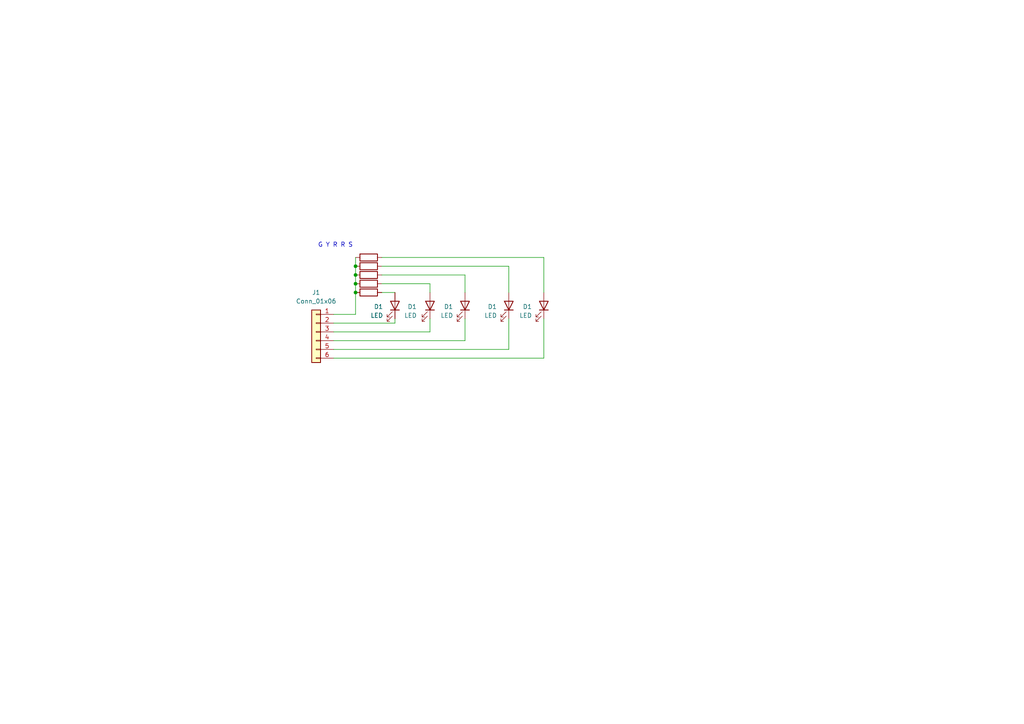
<source format=kicad_sch>
(kicad_sch (version 20230121) (generator eeschema)
  (paper "A4")
  (lib_symbols
    (symbol "Connector_Generic:Conn_01x06" (pin_names (offset 1.016) hide)
      (property "Reference" "J" (at 0 7.62 0))
      (property "Value" "Conn_01x06" (at 0 -10.16 0))
      (symbol "Conn_01x06_1_1"
        (rectangle (start -1.27 -7.493) (end 0 -7.747) (stroke (width 0.1524)))
        (rectangle (start -1.27 -4.953) (end 0 -5.207) (stroke (width 0.1524)))
        (rectangle (start -1.27 -2.413) (end 0 -2.667) (stroke (width 0.1524)))
        (rectangle (start -1.27 0.127) (end 0 -0.127) (stroke (width 0.1524)))
        (rectangle (start -1.27 2.667) (end 0 2.413) (stroke (width 0.1524)))
        (rectangle (start -1.27 5.207) (end 0 4.953) (stroke (width 0.1524)))
        (rectangle (start -1.27 6.35) (end 1.27 -8.89) (stroke (width 0.254)) (fill (type background)))
        (pin passive line (at -5.08 5.08 0) (length 3.81) (name "Pin_1") (number "1"))
        (pin passive line (at -5.08 2.54 0) (length 3.81) (name "Pin_2") (number "2"))
        (pin passive line (at -5.08 0 0) (length 3.81) (name "Pin_3") (number "3"))
        (pin passive line (at -5.08 -2.54 0) (length 3.81) (name "Pin_4") (number "4"))
        (pin passive line (at -5.08 -5.08 0) (length 3.81) (name "Pin_5") (number "5"))
        (pin passive line (at -5.08 -7.62 0) (length 3.81) (name "Pin_6") (number "6"))
      )
    )
    (symbol "Device:LED" (pin_numbers hide) (pin_names (offset 1.016) hide)
      (property "Reference" "D" (at 0 2.54 0))
      (property "Value" "LED" (at 0 -2.54 0))
      (symbol "LED_0_1"
        (polyline (pts (xy -1.27 -1.27) (xy -1.27 1.27)) (stroke (width 0.254)))
        (polyline (pts (xy -1.27 0) (xy 1.27 0)))
        (polyline (pts (xy 1.27 -1.27) (xy 1.27 1.27) (xy -1.27 0) (xy 1.27 -1.27)) (stroke (width 0.254)))
        (polyline (pts (xy -3.048 -0.762) (xy -4.572 -2.286) (xy -3.81 -2.286) (xy -4.572 -2.286) (xy -4.572 -1.524)))
        (polyline (pts (xy -1.778 -0.762) (xy -3.302 -2.286) (xy -2.54 -2.286) (xy -3.302 -2.286) (xy -3.302 -1.524)))
      )
      (symbol "LED_1_1"
        (pin passive line (at -3.81 0 0) (length 2.54) (name "K") (number "1"))
        (pin passive line (at 3.81 0 180) (length 2.54) (name "A") (number "2"))
      )
    )
    (symbol "Device:R" (pin_numbers hide) (pin_names (offset 0))
      (property "Reference" "R" (at 2.032 0 90))
      (property "Value" "R" (at 0 0 90))
      (symbol "R_0_1"
        (rectangle (start -1.016 -2.54) (end 1.016 2.54) (stroke (width 0.254)))
      )
      (symbol "R_1_1"
        (pin passive line (at 0 3.81 270) (length 1.27) (name "~") (number "1"))
        (pin passive line (at 0 -3.81 90) (length 1.27) (name "~") (number "2"))
      )
    )
  )
  (junction (at 103.124 82.296))
  (junction (at 103.124 84.836))
  (junction (at 103.124 77.216))
  (junction (at 103.124 79.756))
  (wire (pts (xy 96.774 103.886) (xy 157.734 103.886)))
  (wire (pts (xy 103.124 77.216) (xy 103.124 79.756)))
  (wire (pts (xy 134.874 92.456) (xy 134.874 98.806)))
  (wire (pts (xy 134.874 79.756) (xy 134.874 84.836)))
  (wire (pts (xy 110.744 79.756) (xy 134.874 79.756)))
  (wire (pts (xy 147.574 77.216) (xy 147.574 84.836)))
  (wire (pts (xy 147.574 101.346) (xy 96.774 101.346)))
  (wire (pts (xy 114.554 93.726) (xy 96.774 93.726)))
  (wire (pts (xy 96.774 91.186) (xy 103.124 91.186)))
  (wire (pts (xy 114.554 93.726) (xy 114.554 92.456)))
  (wire (pts (xy 110.744 74.676) (xy 157.734 74.676)))
  (wire (pts (xy 124.714 82.296) (xy 124.714 84.836)))
  (wire (pts (xy 134.874 98.806) (xy 96.774 98.806)))
  (wire (pts (xy 157.734 92.456) (xy 157.734 103.886)))
  (wire (pts (xy 124.714 92.456) (xy 124.714 96.266)))
  (wire (pts (xy 110.744 82.296) (xy 124.714 82.296)))
  (wire (pts (xy 103.124 74.676) (xy 103.124 77.216)))
  (wire (pts (xy 147.574 92.456) (xy 147.574 101.346)))
  (wire (pts (xy 157.734 74.676) (xy 157.734 84.836)))
  (wire (pts (xy 114.554 84.836) (xy 110.744 84.836)))
  (wire (pts (xy 110.744 77.216) (xy 147.574 77.216)))
  (wire (pts (xy 124.714 96.266) (xy 96.774 96.266)))
  (wire (pts (xy 103.124 79.756) (xy 103.124 82.296)))
  (wire (pts (xy 103.124 91.186) (xy 103.124 84.836)))
  (wire (pts (xy 103.124 82.296) (xy 103.124 84.836)))
  (text "G Y R R S" (at 92.202 71.882 0) (effects (font (size 1.27 1.27)) (justify left bottom)))
  (symbol (lib_id "Device:LED") (at 134.874 88.646 270) (mirror x) (unit 1)
    (property "Reference" "D1" (at 131.445 88.9635 90) (effects (justify right)))
    (property "Value" "LED" (at 131.445 91.5035 90) (effects (justify right)))
    (property "Footprint" "custom_kicad_lib_sk:LED_NO_SILK" (effects hide))
    (instances (project "signal PCB" (path "" (reference "D1") (unit 1)) (path "" (reference "D3") (unit 1)) (path "" (reference "D?") (unit 1)) (path "" (reference "D20") (unit 1)) (path "" (reference "D1003") (unit 1))))
  )
  (symbol (lib_id "Device:LED") (at 124.714 88.646 270) (mirror x) (unit 1)
    (property "Reference" "D1" (at 120.904 88.9635 90) (effects (justify right)))
    (property "Value" "LED" (at 120.904 91.5035 90) (effects (justify right)))
    (property "Footprint" "custom_kicad_lib_sk:LED_NO_SILK" (effects hide))
    (instances (project "signal PCB" (path "" (reference "D1") (unit 1)) (path "" (reference "D2") (unit 1)) (path "" (reference "D?") (unit 1)) (path "" (reference "D19") (unit 1)) (path "" (reference "D1002") (unit 1))))
  )
  (symbol (lib_id "Connector_Generic:Conn_01x06") (at 91.694 96.266 0) (mirror y) (unit 1)
    (property "Reference" "J1" (at 91.694 84.836 0))
    (property "Value" "Conn_01x06" (at 91.694 87.376 0))
    (property "Footprint" "custom_kicad_lib_sk:06_solderpad_2.54" (effects hide))
    (instances (project "signal PCB" (path "" (reference "J1") (unit 1)) (path "" (reference "J?") (unit 1)) (path "" (reference "J13") (unit 1)) (path "" (reference "J1001") (unit 1))))
  )
  (symbol (lib_id "Device:LED") (at 114.554 88.646 270) (mirror x) (unit 1)
    (property "Reference" "D1" (at 111.125 88.9635 90) (effects (justify right)))
    (property "Value" "LED" (at 111.125 91.5035 90) (effects (justify right)))
    (property "Footprint" "custom_kicad_lib_sk:LED_NO_SILK" (effects hide))
    (instances (project "signal PCB" (path "" (reference "D1") (unit 1)) (path "" (reference "D1") (unit 1)) (path "" (reference "D?") (unit 1)) (path "" (reference "D18") (unit 1)) (path "" (reference "D1001") (unit 1))))
  )
  (symbol (lib_id "Device:R") (at 106.934 84.836 270) (mirror x) (unit 1)
    (property "Reference" "R1" (effects hide))
    (property "Value" "R" (effects hide))
    (property "Footprint" "Resistor_SMD:R_0805_2012Metric_Pad1.20x1.40mm_HandSolder" (effects hide))
    (instances (project "signal PCB" (path "" (reference "R1") (unit 1)) (path "" (reference "R?") (unit 1)) (path "" (reference "R18") (unit 1)) (path "" (reference "R1005") (unit 1))))
  )
  (symbol (lib_id "Device:LED") (at 147.574 88.646 270) (mirror x) (unit 1)
    (property "Reference" "D1" (at 144.145 88.9635 90) (effects (justify right)))
    (property "Value" "LED" (at 144.145 91.5035 90) (effects (justify right)))
    (property "Footprint" "custom_kicad_lib_sk:LED_NO_SILK" (effects hide))
    (instances (project "signal PCB" (path "" (reference "D1") (unit 1)) (path "" (reference "D3") (unit 1)) (path "" (reference "D?") (unit 1)) (path "" (reference "D21") (unit 1)) (path "" (reference "D1004") (unit 1))))
  )
  (symbol (lib_id "Device:R") (at 106.934 77.216 270) (mirror x) (unit 1)
    (property "Reference" "R1" (effects hide))
    (property "Value" "R" (effects hide))
    (property "Footprint" "Resistor_SMD:R_0805_2012Metric_Pad1.20x1.40mm_HandSolder" (effects hide))
    (instances (project "signal PCB" (path "" (reference "R1") (unit 1)) (path "" (reference "R?") (unit 1)) (path "" (reference "R15") (unit 1)) (path "" (reference "R1002") (unit 1))))
  )
  (symbol (lib_id "Device:LED") (at 157.734 88.646 270) (mirror x) (unit 1)
    (property "Reference" "D1" (at 154.305 88.9635 90) (effects (justify right)))
    (property "Value" "LED" (at 154.305 91.5035 90) (effects (justify right)))
    (property "Footprint" "custom_kicad_lib_sk:02_solderpad_2.54" (effects hide))
    (instances (project "signal PCB" (path "" (reference "D1") (unit 1)) (path "" (reference "D3") (unit 1)) (path "" (reference "D?") (unit 1)) (path "" (reference "D29") (unit 1)) (path "" (reference "D1005") (unit 1))))
  )
  (symbol (lib_id "Device:R") (at 106.934 74.676 270) (mirror x) (unit 1)
    (property "Reference" "R1" (effects hide))
    (property "Value" "R" (effects hide))
    (property "Footprint" "Resistor_SMD:R_0805_2012Metric_Pad1.20x1.40mm_HandSolder" (effects hide))
    (instances (project "signal PCB" (path "" (reference "R1") (unit 1)) (path "" (reference "R?") (unit 1)) (path "" (reference "R26") (unit 1)) (path "" (reference "R1001") (unit 1))))
  )
  (symbol (lib_id "Device:R") (at 106.934 82.296 270) (mirror x) (unit 1)
    (property "Reference" "R1" (effects hide))
    (property "Value" "R" (effects hide))
    (property "Footprint" "Resistor_SMD:R_0805_2012Metric_Pad1.20x1.40mm_HandSolder" (effects hide))
    (instances (project "signal PCB" (path "" (reference "R1") (unit 1)) (path "" (reference "R?") (unit 1)) (path "" (reference "R17") (unit 1)) (path "" (reference "R1004") (unit 1))))
  )
  (symbol (lib_id "Device:R") (at 106.934 79.756 270) (mirror x) (unit 1)
    (property "Reference" "R1" (effects hide))
    (property "Value" "R" (effects hide))
    (property "Footprint" "Resistor_SMD:R_0805_2012Metric_Pad1.20x1.40mm_HandSolder" (effects hide))
    (instances (project "signal PCB" (path "" (reference "R1") (unit 1)) (path "" (reference "R?") (unit 1)) (path "" (reference "R16") (unit 1)) (path "" (reference "R1003") (unit 1))))
  )
)
</source>
